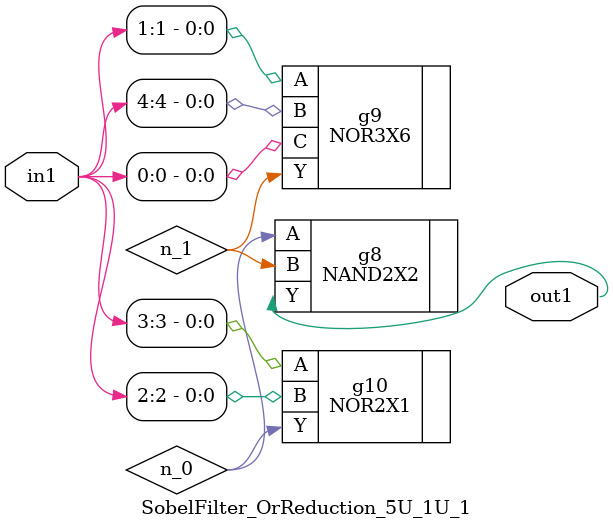
<source format=v>
`timescale 1ps / 1ps


module SobelFilter_OrReduction_5U_1U_1(in1, out1);
  input [4:0] in1;
  output out1;
  wire [4:0] in1;
  wire out1;
  wire n_0, n_1;
  NAND2X2 g8(.A (n_0), .B (n_1), .Y (out1));
  NOR3X6 g9(.A (in1[1]), .B (in1[4]), .C (in1[0]), .Y (n_1));
  NOR2X1 g10(.A (in1[3]), .B (in1[2]), .Y (n_0));
endmodule


</source>
